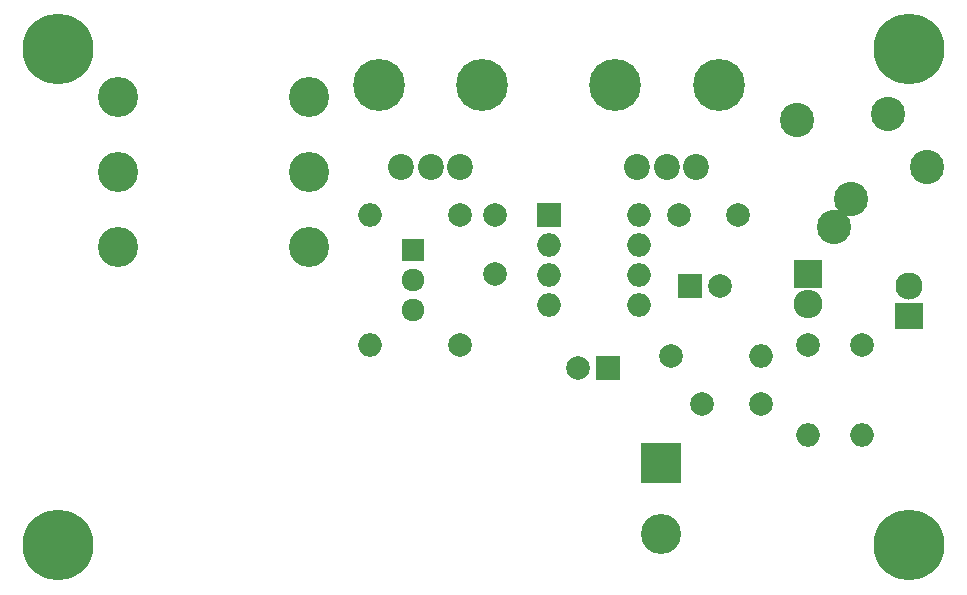
<source format=gbs>
G04 #@! TF.GenerationSoftware,KiCad,Pcbnew,no-vcs-found-8c7175b~60~ubuntu16.04.1*
G04 #@! TF.CreationDate,2017-09-13T21:37:39+02:00*
G04 #@! TF.ProjectId,ruby,727562792E6B696361645F7063620000,rev?*
G04 #@! TF.SameCoordinates,Original*
G04 #@! TF.FileFunction,Soldermask,Bot*
G04 #@! TF.FilePolarity,Negative*
%FSLAX46Y46*%
G04 Gerber Fmt 4.6, Leading zero omitted, Abs format (unit mm)*
G04 Created by KiCad (PCBNEW no-vcs-found-8c7175b~60~ubuntu16.04.1) date Wed Sep 13 21:37:39 2017*
%MOMM*%
%LPD*%
G01*
G04 APERTURE LIST*
%ADD10C,2.200000*%
%ADD11C,4.400000*%
%ADD12C,6.000000*%
%ADD13C,3.400000*%
%ADD14C,2.000000*%
%ADD15R,2.000000X2.000000*%
%ADD16R,3.400000X3.400000*%
%ADD17R,1.920000X1.920000*%
%ADD18C,1.920000*%
%ADD19O,2.000000X2.000000*%
%ADD20O,2.432000X2.432000*%
%ADD21R,2.432000X2.432000*%
%ADD22C,2.900000*%
%ADD23C,2.300000*%
%ADD24R,2.400000X2.300000*%
G04 APERTURE END LIST*
D10*
X123000000Y-74000000D03*
X125500000Y-74000000D03*
X128000000Y-74000000D03*
D11*
X121100000Y-67000000D03*
X129900000Y-67000000D03*
X109900000Y-67000000D03*
X101100000Y-67000000D03*
D10*
X108000000Y-74000000D03*
X105500000Y-74000000D03*
X103000000Y-74000000D03*
D12*
X146000000Y-64000000D03*
X146000000Y-106000000D03*
X74000000Y-106000000D03*
X74000000Y-64000000D03*
D13*
X79000000Y-68000000D03*
X79000000Y-80700000D03*
X79000000Y-74350000D03*
X95230000Y-68000000D03*
X95230000Y-80700000D03*
X95230000Y-74350000D03*
D14*
X111000000Y-83000000D03*
X111000000Y-78000000D03*
X118000000Y-91000000D03*
D15*
X120500000Y-91000000D03*
D14*
X126500000Y-78000000D03*
X131500000Y-78000000D03*
X133500000Y-94000000D03*
X128500000Y-94000000D03*
X130000000Y-84000000D03*
D15*
X127500000Y-84000000D03*
D16*
X125000000Y-99000000D03*
D13*
X125000000Y-105000000D03*
D17*
X104000000Y-81000000D03*
D18*
X104000000Y-86080000D03*
X104000000Y-83540000D03*
D19*
X100380000Y-89000000D03*
D14*
X108000000Y-89000000D03*
X108000000Y-78000000D03*
D19*
X100380000Y-78000000D03*
D14*
X125880000Y-90000000D03*
D19*
X133500000Y-90000000D03*
X137500000Y-96620000D03*
D14*
X137500000Y-89000000D03*
D19*
X123120000Y-78000000D03*
X115500000Y-85620000D03*
X123120000Y-80540000D03*
X115500000Y-83080000D03*
X123120000Y-83080000D03*
X115500000Y-80540000D03*
X123120000Y-85620000D03*
D15*
X115500000Y-78000000D03*
D20*
X137500000Y-85540000D03*
D21*
X137500000Y-83000000D03*
D22*
X147500000Y-74000000D03*
X144200000Y-69450000D03*
X136500000Y-70000000D03*
X139700000Y-79050000D03*
X141100000Y-76650000D03*
D23*
X146000000Y-84000000D03*
D24*
X146000000Y-86540000D03*
D19*
X142000000Y-96620000D03*
D14*
X142000000Y-89000000D03*
M02*

</source>
